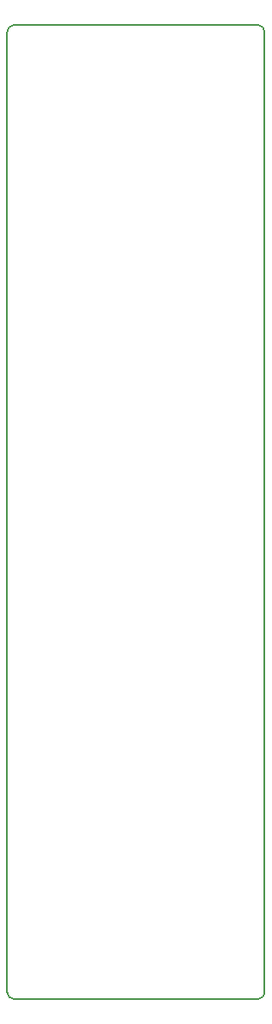
<source format=gko>
G04 #@! TF.FileFunction,Profile,NP*
%FSLAX46Y46*%
G04 Gerber Fmt 4.6, Leading zero omitted, Abs format (unit mm)*
G04 Created by KiCad (PCBNEW 4.0.2+dfsg1-stable) date Sun 18 Mar 2018 06:29:23 PM MDT*
%MOMM*%
G01*
G04 APERTURE LIST*
%ADD10C,0.100000*%
%ADD11C,0.150000*%
G04 APERTURE END LIST*
D10*
D11*
X127000000Y-146050000D02*
X127000000Y-51435000D01*
X101600000Y-51435000D02*
X101600000Y-146050000D01*
X126365000Y-146685000D02*
X102235000Y-146685000D01*
X102235000Y-50800000D02*
X126365000Y-50800000D01*
X101600000Y-146050000D02*
G75*
G03X102235000Y-146685000I635000J0D01*
G01*
X126365000Y-146685000D02*
G75*
G03X127000000Y-146050000I0J635000D01*
G01*
X127000000Y-51435000D02*
G75*
G03X126365000Y-50800000I-635000J0D01*
G01*
X102235000Y-50800000D02*
G75*
G03X101600000Y-51435000I0J-635000D01*
G01*
M02*

</source>
